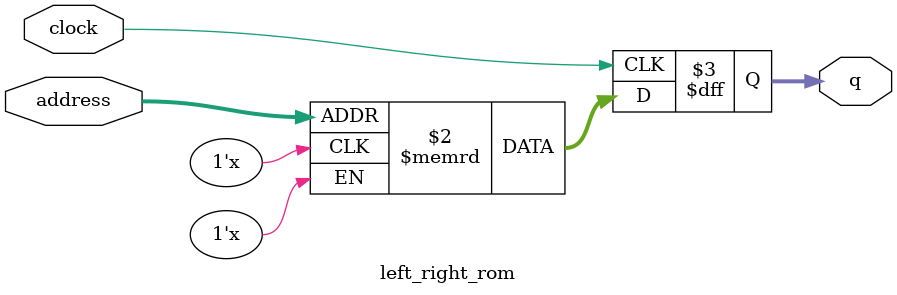
<source format=sv>
module left_right_rom (
	input logic clock,
	input logic [9:0] address,
	output logic [3:0] q
);

logic [3:0] memory [0:1023] /* synthesis ram_init_file = "./left_right/left_right.mif" */;

always_ff @ (posedge clock) begin
	q <= memory[address];
end

endmodule

</source>
